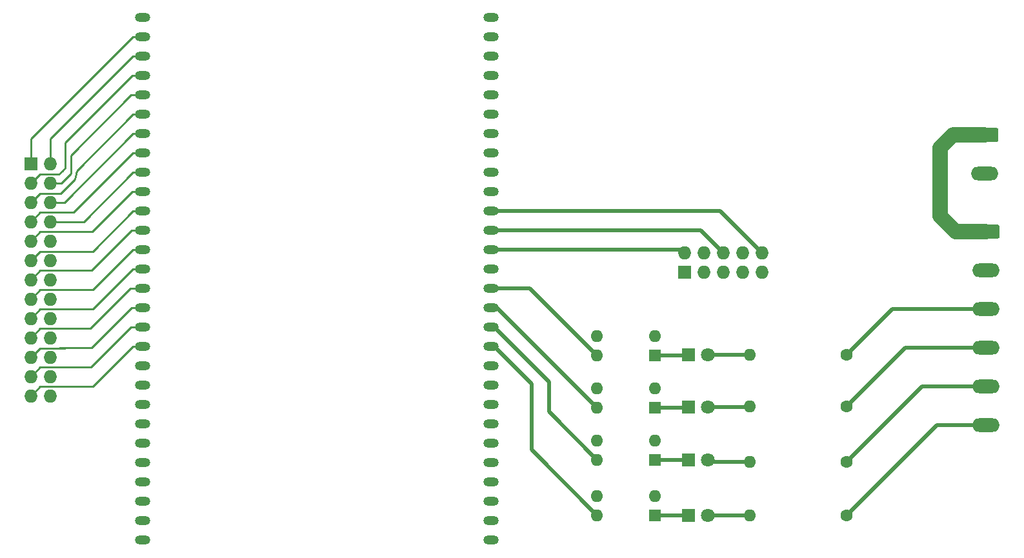
<source format=gbr>
G04 #@! TF.GenerationSoftware,KiCad,Pcbnew,(5.0.2)-1*
G04 #@! TF.CreationDate,2020-02-10T23:08:40+01:00*
G04 #@! TF.ProjectId,ToolChanger,546f6f6c-4368-4616-9e67-65722e6b6963,rev?*
G04 #@! TF.SameCoordinates,Original*
G04 #@! TF.FileFunction,Copper,L1,Top*
G04 #@! TF.FilePolarity,Positive*
%FSLAX46Y46*%
G04 Gerber Fmt 4.6, Leading zero omitted, Abs format (unit mm)*
G04 Created by KiCad (PCBNEW (5.0.2)-1) date 2020-02-10 23:08:40*
%MOMM*%
%LPD*%
G01*
G04 APERTURE LIST*
G04 #@! TA.AperFunction,Conductor*
%ADD10C,0.100000*%
G04 #@! TD*
G04 #@! TA.AperFunction,ComponentPad*
%ADD11C,1.800000*%
G04 #@! TD*
G04 #@! TA.AperFunction,ComponentPad*
%ADD12O,3.600000X1.800000*%
G04 #@! TD*
G04 #@! TA.AperFunction,ComponentPad*
%ADD13O,1.600000X1.600000*%
G04 #@! TD*
G04 #@! TA.AperFunction,ComponentPad*
%ADD14C,1.600000*%
G04 #@! TD*
G04 #@! TA.AperFunction,ComponentPad*
%ADD15R,1.727200X1.727200*%
G04 #@! TD*
G04 #@! TA.AperFunction,ComponentPad*
%ADD16O,1.727200X1.727200*%
G04 #@! TD*
G04 #@! TA.AperFunction,ComponentPad*
%ADD17R,1.800000X1.800000*%
G04 #@! TD*
G04 #@! TA.AperFunction,ComponentPad*
%ADD18R,1.600000X1.600000*%
G04 #@! TD*
G04 #@! TA.AperFunction,ComponentPad*
%ADD19O,2.000000X1.200000*%
G04 #@! TD*
G04 #@! TA.AperFunction,Conductor*
%ADD20C,0.500000*%
G04 #@! TD*
G04 #@! TA.AperFunction,Conductor*
%ADD21C,0.250000*%
G04 #@! TD*
G04 #@! TA.AperFunction,Conductor*
%ADD22C,2.000000*%
G04 #@! TD*
G04 APERTURE END LIST*
D10*
G04 #@! TO.N,+24V*
G04 #@! TO.C,J4*
G36*
X204799904Y-80101804D02*
X204824173Y-80105404D01*
X204847971Y-80111365D01*
X204871071Y-80119630D01*
X204893249Y-80130120D01*
X204914293Y-80142733D01*
X204933998Y-80157347D01*
X204952177Y-80173823D01*
X204968653Y-80192002D01*
X204983267Y-80211707D01*
X204995880Y-80232751D01*
X205006370Y-80254929D01*
X205014635Y-80278029D01*
X205020596Y-80301827D01*
X205024196Y-80326096D01*
X205025400Y-80350600D01*
X205025400Y-81650600D01*
X205024196Y-81675104D01*
X205020596Y-81699373D01*
X205014635Y-81723171D01*
X205006370Y-81746271D01*
X204995880Y-81768449D01*
X204983267Y-81789493D01*
X204968653Y-81809198D01*
X204952177Y-81827377D01*
X204933998Y-81843853D01*
X204914293Y-81858467D01*
X204893249Y-81871080D01*
X204871071Y-81881570D01*
X204847971Y-81889835D01*
X204824173Y-81895796D01*
X204799904Y-81899396D01*
X204775400Y-81900600D01*
X201675400Y-81900600D01*
X201650896Y-81899396D01*
X201626627Y-81895796D01*
X201602829Y-81889835D01*
X201579729Y-81881570D01*
X201557551Y-81871080D01*
X201536507Y-81858467D01*
X201516802Y-81843853D01*
X201498623Y-81827377D01*
X201482147Y-81809198D01*
X201467533Y-81789493D01*
X201454920Y-81768449D01*
X201444430Y-81746271D01*
X201436165Y-81723171D01*
X201430204Y-81699373D01*
X201426604Y-81675104D01*
X201425400Y-81650600D01*
X201425400Y-80350600D01*
X201426604Y-80326096D01*
X201430204Y-80301827D01*
X201436165Y-80278029D01*
X201444430Y-80254929D01*
X201454920Y-80232751D01*
X201467533Y-80211707D01*
X201482147Y-80192002D01*
X201498623Y-80173823D01*
X201516802Y-80157347D01*
X201536507Y-80142733D01*
X201557551Y-80130120D01*
X201579729Y-80119630D01*
X201602829Y-80111365D01*
X201626627Y-80105404D01*
X201650896Y-80101804D01*
X201675400Y-80100600D01*
X204775400Y-80100600D01*
X204799904Y-80101804D01*
X204799904Y-80101804D01*
G37*
D11*
G04 #@! TD*
G04 #@! TO.P,J4,1*
G04 #@! TO.N,+24V*
X203225400Y-81000600D03*
D12*
G04 #@! TO.P,J4,2*
G04 #@! TO.N,GND*
X203225400Y-86080600D03*
G04 #@! TD*
D10*
G04 #@! TO.N,+24V*
G04 #@! TO.C,J3*
G36*
X204952304Y-92801804D02*
X204976573Y-92805404D01*
X205000371Y-92811365D01*
X205023471Y-92819630D01*
X205045649Y-92830120D01*
X205066693Y-92842733D01*
X205086398Y-92857347D01*
X205104577Y-92873823D01*
X205121053Y-92892002D01*
X205135667Y-92911707D01*
X205148280Y-92932751D01*
X205158770Y-92954929D01*
X205167035Y-92978029D01*
X205172996Y-93001827D01*
X205176596Y-93026096D01*
X205177800Y-93050600D01*
X205177800Y-94350600D01*
X205176596Y-94375104D01*
X205172996Y-94399373D01*
X205167035Y-94423171D01*
X205158770Y-94446271D01*
X205148280Y-94468449D01*
X205135667Y-94489493D01*
X205121053Y-94509198D01*
X205104577Y-94527377D01*
X205086398Y-94543853D01*
X205066693Y-94558467D01*
X205045649Y-94571080D01*
X205023471Y-94581570D01*
X205000371Y-94589835D01*
X204976573Y-94595796D01*
X204952304Y-94599396D01*
X204927800Y-94600600D01*
X201827800Y-94600600D01*
X201803296Y-94599396D01*
X201779027Y-94595796D01*
X201755229Y-94589835D01*
X201732129Y-94581570D01*
X201709951Y-94571080D01*
X201688907Y-94558467D01*
X201669202Y-94543853D01*
X201651023Y-94527377D01*
X201634547Y-94509198D01*
X201619933Y-94489493D01*
X201607320Y-94468449D01*
X201596830Y-94446271D01*
X201588565Y-94423171D01*
X201582604Y-94399373D01*
X201579004Y-94375104D01*
X201577800Y-94350600D01*
X201577800Y-93050600D01*
X201579004Y-93026096D01*
X201582604Y-93001827D01*
X201588565Y-92978029D01*
X201596830Y-92954929D01*
X201607320Y-92932751D01*
X201619933Y-92911707D01*
X201634547Y-92892002D01*
X201651023Y-92873823D01*
X201669202Y-92857347D01*
X201688907Y-92842733D01*
X201709951Y-92830120D01*
X201732129Y-92819630D01*
X201755229Y-92811365D01*
X201779027Y-92805404D01*
X201803296Y-92801804D01*
X201827800Y-92800600D01*
X204927800Y-92800600D01*
X204952304Y-92801804D01*
X204952304Y-92801804D01*
G37*
D11*
G04 #@! TD*
G04 #@! TO.P,J3,1*
G04 #@! TO.N,+24V*
X203377800Y-93700600D03*
D12*
G04 #@! TO.P,J3,2*
G04 #@! TO.N,GND*
X203377800Y-98780600D03*
G04 #@! TO.P,J3,3*
G04 #@! TO.N,Net-(J3-Pad3)*
X203377800Y-103860600D03*
G04 #@! TO.P,J3,4*
G04 #@! TO.N,Net-(J3-Pad4)*
X203377800Y-108940600D03*
G04 #@! TO.P,J3,5*
G04 #@! TO.N,Net-(J3-Pad5)*
X203377800Y-114020600D03*
G04 #@! TO.P,J3,6*
G04 #@! TO.N,Net-(J3-Pad6)*
X203377800Y-119100600D03*
G04 #@! TD*
D13*
G04 #@! TO.P,R4,2*
G04 #@! TO.N,Net-(D4-Pad2)*
X172415200Y-130962400D03*
D14*
G04 #@! TO.P,R4,1*
G04 #@! TO.N,Net-(J3-Pad6)*
X185115200Y-130962400D03*
G04 #@! TD*
G04 #@! TO.P,R3,1*
G04 #@! TO.N,Net-(J3-Pad5)*
X185115200Y-123901200D03*
D13*
G04 #@! TO.P,R3,2*
G04 #@! TO.N,Net-(D3-Pad2)*
X172415200Y-123901200D03*
G04 #@! TD*
G04 #@! TO.P,R2,2*
G04 #@! TO.N,Net-(D2-Pad2)*
X172415200Y-116636800D03*
D14*
G04 #@! TO.P,R2,1*
G04 #@! TO.N,Net-(J3-Pad4)*
X185115200Y-116636800D03*
G04 #@! TD*
G04 #@! TO.P,R1,1*
G04 #@! TO.N,Net-(J3-Pad3)*
X185115200Y-109829600D03*
D13*
G04 #@! TO.P,R1,2*
G04 #@! TO.N,Net-(D1-Pad2)*
X172415200Y-109829600D03*
G04 #@! TD*
D15*
G04 #@! TO.P,J2,1*
G04 #@! TO.N,GND*
X163830000Y-99060000D03*
D16*
G04 #@! TO.P,J2,2*
G04 #@! TO.N,DIR*
X163830000Y-96520000D03*
G04 #@! TO.P,J2,3*
G04 #@! TO.N,GND*
X166370000Y-99060000D03*
G04 #@! TO.P,J2,4*
G04 #@! TO.N,Net-(J2-Pad4)*
X166370000Y-96520000D03*
G04 #@! TO.P,J2,5*
G04 #@! TO.N,GND*
X168910000Y-99060000D03*
G04 #@! TO.P,J2,6*
G04 #@! TO.N,PWM*
X168910000Y-96520000D03*
G04 #@! TO.P,J2,7*
G04 #@! TO.N,GND*
X171450000Y-99060000D03*
G04 #@! TO.P,J2,8*
G04 #@! TO.N,Net-(J2-Pad8)*
X171450000Y-96520000D03*
G04 #@! TO.P,J2,9*
G04 #@! TO.N,GND*
X173990000Y-99060000D03*
G04 #@! TO.P,J2,10*
G04 #@! TO.N,CURRENT_SENSE*
X173990000Y-96520000D03*
G04 #@! TD*
D11*
G04 #@! TO.P,D4,2*
G04 #@! TO.N,Net-(D4-Pad2)*
X166878000Y-130911600D03*
D17*
G04 #@! TO.P,D4,1*
G04 #@! TO.N,Net-(D4-Pad1)*
X164338000Y-130911600D03*
G04 #@! TD*
G04 #@! TO.P,D3,1*
G04 #@! TO.N,Net-(D3-Pad1)*
X164338000Y-123698000D03*
D11*
G04 #@! TO.P,D3,2*
G04 #@! TO.N,Net-(D3-Pad2)*
X166878000Y-123698000D03*
G04 #@! TD*
G04 #@! TO.P,D2,2*
G04 #@! TO.N,Net-(D2-Pad2)*
X166878000Y-116687600D03*
D17*
G04 #@! TO.P,D2,1*
G04 #@! TO.N,Net-(D2-Pad1)*
X164338000Y-116687600D03*
G04 #@! TD*
G04 #@! TO.P,D1,1*
G04 #@! TO.N,Net-(D1-Pad1)*
X164338000Y-109880400D03*
D11*
G04 #@! TO.P,D1,2*
G04 #@! TO.N,Net-(D1-Pad2)*
X166878000Y-109880400D03*
G04 #@! TD*
D13*
G04 #@! TO.P,U5,4*
G04 #@! TO.N,Net-(U1-Pad39)*
X152349200Y-130962400D03*
G04 #@! TO.P,U5,2*
G04 #@! TO.N,GND*
X159969200Y-128422400D03*
G04 #@! TO.P,U5,3*
X152349200Y-128422400D03*
D18*
G04 #@! TO.P,U5,1*
G04 #@! TO.N,Net-(D4-Pad1)*
X159969200Y-130962400D03*
G04 #@! TD*
G04 #@! TO.P,U4,1*
G04 #@! TO.N,Net-(D3-Pad1)*
X159969200Y-123647200D03*
D13*
G04 #@! TO.P,U4,3*
G04 #@! TO.N,GND*
X152349200Y-121107200D03*
G04 #@! TO.P,U4,2*
X159969200Y-121107200D03*
G04 #@! TO.P,U4,4*
G04 #@! TO.N,Net-(U1-Pad40)*
X152349200Y-123647200D03*
G04 #@! TD*
G04 #@! TO.P,U3,4*
G04 #@! TO.N,Net-(U1-Pad41)*
X152349200Y-116840000D03*
G04 #@! TO.P,U3,2*
G04 #@! TO.N,GND*
X159969200Y-114300000D03*
G04 #@! TO.P,U3,3*
X152349200Y-114300000D03*
D18*
G04 #@! TO.P,U3,1*
G04 #@! TO.N,Net-(D2-Pad1)*
X159969200Y-116840000D03*
G04 #@! TD*
G04 #@! TO.P,U2,1*
G04 #@! TO.N,Net-(D1-Pad1)*
X159969200Y-109982000D03*
D13*
G04 #@! TO.P,U2,3*
G04 #@! TO.N,GND*
X152349200Y-107442000D03*
G04 #@! TO.P,U2,2*
X159969200Y-107442000D03*
G04 #@! TO.P,U2,4*
G04 #@! TO.N,Net-(U1-Pad42)*
X152349200Y-109982000D03*
G04 #@! TD*
D15*
G04 #@! TO.P,J1,1*
G04 #@! TO.N,Net-(J1-Pad1)*
X78079600Y-84785200D03*
D16*
G04 #@! TO.P,J1,2*
G04 #@! TO.N,Net-(J1-Pad2)*
X80619600Y-84785200D03*
G04 #@! TO.P,J1,3*
G04 #@! TO.N,Net-(J1-Pad3)*
X78079600Y-87325200D03*
G04 #@! TO.P,J1,4*
G04 #@! TO.N,Net-(J1-Pad4)*
X80619600Y-87325200D03*
G04 #@! TO.P,J1,5*
G04 #@! TO.N,Net-(J1-Pad5)*
X78079600Y-89865200D03*
G04 #@! TO.P,J1,6*
G04 #@! TO.N,Net-(J1-Pad6)*
X80619600Y-89865200D03*
G04 #@! TO.P,J1,7*
G04 #@! TO.N,Net-(J1-Pad7)*
X78079600Y-92405200D03*
G04 #@! TO.P,J1,8*
G04 #@! TO.N,Net-(J1-Pad8)*
X80619600Y-92405200D03*
G04 #@! TO.P,J1,9*
G04 #@! TO.N,Net-(J1-Pad9)*
X78079600Y-94945200D03*
G04 #@! TO.P,J1,10*
G04 #@! TO.N,GND*
X80619600Y-94945200D03*
G04 #@! TO.P,J1,11*
G04 #@! TO.N,Net-(J1-Pad11)*
X78079600Y-97485200D03*
G04 #@! TO.P,J1,12*
G04 #@! TO.N,GND*
X80619600Y-97485200D03*
G04 #@! TO.P,J1,13*
G04 #@! TO.N,Net-(J1-Pad13)*
X78079600Y-100025200D03*
G04 #@! TO.P,J1,14*
G04 #@! TO.N,GND*
X80619600Y-100025200D03*
G04 #@! TO.P,J1,15*
G04 #@! TO.N,Net-(J1-Pad15)*
X78079600Y-102565200D03*
G04 #@! TO.P,J1,16*
G04 #@! TO.N,GND*
X80619600Y-102565200D03*
G04 #@! TO.P,J1,17*
G04 #@! TO.N,Net-(J1-Pad17)*
X78079600Y-105105200D03*
G04 #@! TO.P,J1,18*
G04 #@! TO.N,+5V*
X80619600Y-105105200D03*
G04 #@! TO.P,J1,19*
G04 #@! TO.N,Net-(J1-Pad19)*
X78079600Y-107645200D03*
G04 #@! TO.P,J1,20*
G04 #@! TO.N,+5V*
X80619600Y-107645200D03*
G04 #@! TO.P,J1,21*
G04 #@! TO.N,Net-(J1-Pad21)*
X78079600Y-110185200D03*
G04 #@! TO.P,J1,22*
G04 #@! TO.N,+5V*
X80619600Y-110185200D03*
G04 #@! TO.P,J1,23*
G04 #@! TO.N,Net-(J1-Pad23)*
X78079600Y-112725200D03*
G04 #@! TO.P,J1,24*
G04 #@! TO.N,+5V*
X80619600Y-112725200D03*
G04 #@! TO.P,J1,25*
G04 #@! TO.N,Net-(J1-Pad25)*
X78079600Y-115265200D03*
G04 #@! TO.P,J1,26*
G04 #@! TO.N,+5V*
X80619600Y-115265200D03*
G04 #@! TD*
D19*
G04 #@! TO.P,U1,56*
G04 #@! TO.N,GND*
X138430000Y-65610200D03*
G04 #@! TO.P,U1,1*
X92710000Y-65610200D03*
G04 #@! TO.P,U1,55*
G04 #@! TO.N,Net-(U1-Pad55)*
X138430000Y-68150200D03*
G04 #@! TO.P,U1,2*
G04 #@! TO.N,Net-(J1-Pad1)*
X92710000Y-68150200D03*
G04 #@! TO.P,U1,54*
G04 #@! TO.N,Net-(U1-Pad54)*
X138430000Y-70690200D03*
G04 #@! TO.P,U1,3*
G04 #@! TO.N,Net-(J1-Pad2)*
X92710000Y-70690200D03*
G04 #@! TO.P,U1,53*
G04 #@! TO.N,Net-(U1-Pad53)*
X138430000Y-73230200D03*
G04 #@! TO.P,U1,4*
G04 #@! TO.N,Net-(J1-Pad3)*
X92710000Y-73230200D03*
G04 #@! TO.P,U1,52*
G04 #@! TO.N,Net-(U1-Pad52)*
X138430000Y-75770200D03*
G04 #@! TO.P,U1,5*
G04 #@! TO.N,Net-(J1-Pad4)*
X92710000Y-75770200D03*
G04 #@! TO.P,U1,51*
G04 #@! TO.N,Net-(U1-Pad51)*
X138430000Y-78310200D03*
G04 #@! TO.P,U1,6*
G04 #@! TO.N,Net-(J1-Pad5)*
X92710000Y-78310200D03*
G04 #@! TO.P,U1,50*
G04 #@! TO.N,Net-(U1-Pad50)*
X138430000Y-80850200D03*
G04 #@! TO.P,U1,7*
G04 #@! TO.N,Net-(J1-Pad6)*
X92710000Y-80850200D03*
G04 #@! TO.P,U1,49*
G04 #@! TO.N,Net-(U1-Pad49)*
X138430000Y-83390200D03*
G04 #@! TO.P,U1,8*
G04 #@! TO.N,Net-(J1-Pad7)*
X92710000Y-83390200D03*
G04 #@! TO.P,U1,48*
G04 #@! TO.N,Net-(U1-Pad48)*
X138430000Y-85930200D03*
G04 #@! TO.P,U1,9*
G04 #@! TO.N,Net-(J1-Pad8)*
X92710000Y-85930200D03*
G04 #@! TO.P,U1,47*
G04 #@! TO.N,Net-(U1-Pad47)*
X138430000Y-88470200D03*
G04 #@! TO.P,U1,10*
G04 #@! TO.N,Net-(J1-Pad9)*
X92710000Y-88470200D03*
G04 #@! TO.P,U1,46*
G04 #@! TO.N,CURRENT_SENSE*
X138430000Y-91010200D03*
G04 #@! TO.P,U1,11*
G04 #@! TO.N,Net-(J1-Pad11)*
X92710000Y-91010200D03*
G04 #@! TO.P,U1,45*
G04 #@! TO.N,PWM*
X138430000Y-93550200D03*
G04 #@! TO.P,U1,12*
G04 #@! TO.N,Net-(J1-Pad13)*
X92710000Y-93550200D03*
G04 #@! TO.P,U1,44*
G04 #@! TO.N,DIR*
X138430000Y-96090200D03*
G04 #@! TO.P,U1,13*
G04 #@! TO.N,Net-(J1-Pad15)*
X92710000Y-96090200D03*
G04 #@! TO.P,U1,43*
G04 #@! TO.N,Net-(U1-Pad43)*
X138430000Y-98630200D03*
G04 #@! TO.P,U1,14*
G04 #@! TO.N,Net-(J1-Pad17)*
X92710000Y-98630200D03*
G04 #@! TO.P,U1,42*
G04 #@! TO.N,Net-(U1-Pad42)*
X138430000Y-101170200D03*
G04 #@! TO.P,U1,15*
G04 #@! TO.N,Net-(J1-Pad19)*
X92710000Y-101170200D03*
G04 #@! TO.P,U1,41*
G04 #@! TO.N,Net-(U1-Pad41)*
X138430000Y-103710200D03*
G04 #@! TO.P,U1,16*
G04 #@! TO.N,Net-(J1-Pad21)*
X92710000Y-103710200D03*
G04 #@! TO.P,U1,40*
G04 #@! TO.N,Net-(U1-Pad40)*
X138430000Y-106250200D03*
G04 #@! TO.P,U1,17*
G04 #@! TO.N,Net-(J1-Pad23)*
X92710000Y-106250200D03*
G04 #@! TO.P,U1,39*
G04 #@! TO.N,Net-(U1-Pad39)*
X138430000Y-108790200D03*
G04 #@! TO.P,U1,18*
G04 #@! TO.N,Net-(J1-Pad25)*
X92710000Y-108790200D03*
G04 #@! TO.P,U1,38*
G04 #@! TO.N,Net-(U1-Pad38)*
X138430000Y-111330200D03*
G04 #@! TO.P,U1,19*
G04 #@! TO.N,Net-(U1-Pad19)*
X92710000Y-111330200D03*
G04 #@! TO.P,U1,37*
G04 #@! TO.N,Net-(U1-Pad37)*
X138430000Y-113870200D03*
G04 #@! TO.P,U1,20*
G04 #@! TO.N,Net-(U1-Pad20)*
X92710000Y-113870200D03*
G04 #@! TO.P,U1,36*
G04 #@! TO.N,Net-(U1-Pad36)*
X138430000Y-116410200D03*
G04 #@! TO.P,U1,21*
G04 #@! TO.N,Net-(U1-Pad21)*
X92710000Y-116410200D03*
G04 #@! TO.P,U1,35*
G04 #@! TO.N,Net-(U1-Pad35)*
X138430000Y-118950200D03*
G04 #@! TO.P,U1,22*
G04 #@! TO.N,Net-(U1-Pad22)*
X92710000Y-118950200D03*
G04 #@! TO.P,U1,34*
G04 #@! TO.N,Net-(U1-Pad34)*
X138430000Y-121490200D03*
G04 #@! TO.P,U1,23*
G04 #@! TO.N,Net-(U1-Pad23)*
X92710000Y-121490200D03*
G04 #@! TO.P,U1,33*
G04 #@! TO.N,Net-(U1-Pad33)*
X138430000Y-124030200D03*
G04 #@! TO.P,U1,24*
G04 #@! TO.N,GND*
X92710000Y-124030200D03*
G04 #@! TO.P,U1,32*
G04 #@! TO.N,Net-(U1-Pad32)*
X138430000Y-126570200D03*
G04 #@! TO.P,U1,25*
G04 #@! TO.N,Net-(U1-Pad25)*
X92710000Y-126570200D03*
G04 #@! TO.P,U1,31*
G04 #@! TO.N,Net-(U1-Pad31)*
X138430000Y-129110200D03*
G04 #@! TO.P,U1,26*
G04 #@! TO.N,Net-(U1-Pad26)*
X92710000Y-129110200D03*
G04 #@! TO.P,U1,30*
G04 #@! TO.N,GND*
X138430000Y-131650200D03*
G04 #@! TO.P,U1,27*
X92710000Y-131650200D03*
G04 #@! TO.P,U1,29*
G04 #@! TO.N,Net-(U1-Pad29)*
X138430000Y-134190200D03*
G04 #@! TO.P,U1,28*
G04 #@! TO.N,+5V*
X92710000Y-134190200D03*
G04 #@! TD*
D20*
G04 #@! TO.N,Net-(U1-Pad42)*
X139930000Y-101170200D02*
X138430000Y-101170200D01*
X143537400Y-101170200D02*
X139930000Y-101170200D01*
X152349200Y-109982000D02*
X143537400Y-101170200D01*
G04 #@! TO.N,Net-(U1-Pad41)*
X139219400Y-103710200D02*
X138430000Y-103710200D01*
X152349200Y-116840000D02*
X139219400Y-103710200D01*
G04 #@! TO.N,Net-(U1-Pad40)*
X138830000Y-106250200D02*
X138430000Y-106250200D01*
X146038810Y-113459010D02*
X138830000Y-106250200D01*
X146038810Y-117336810D02*
X146038810Y-113459010D01*
X152349200Y-123647200D02*
X146038810Y-117336810D01*
G04 #@! TO.N,Net-(U1-Pad39)*
X138830000Y-108790200D02*
X138430000Y-108790200D01*
X143738600Y-113698800D02*
X138830000Y-108790200D01*
X152349200Y-130962400D02*
X143738600Y-122351800D01*
X143738600Y-122351800D02*
X143738600Y-113698800D01*
D21*
G04 #@! TO.N,Net-(J1-Pad1)*
X78079600Y-83671600D02*
X78079600Y-84785200D01*
X78079600Y-81530600D02*
X78079600Y-83671600D01*
X91460000Y-68150200D02*
X78079600Y-81530600D01*
X92710000Y-68150200D02*
X91460000Y-68150200D01*
G04 #@! TO.N,Net-(J1-Pad2)*
X80619600Y-83563886D02*
X80619600Y-84785200D01*
X80619600Y-81530600D02*
X80619600Y-83563886D01*
X91460000Y-70690200D02*
X80619600Y-81530600D01*
X92710000Y-70690200D02*
X91460000Y-70690200D01*
G04 #@! TO.N,Net-(J1-Pad3)*
X82194400Y-85699600D02*
X82042000Y-85852000D01*
X79268201Y-86136599D02*
X81757401Y-86136599D01*
X78079600Y-87325200D02*
X79268201Y-86136599D01*
X81757401Y-86136599D02*
X82194400Y-85699600D01*
X82550000Y-85344000D02*
X82194400Y-85699600D01*
X82550000Y-82016600D02*
X82550000Y-85344000D01*
X92710000Y-73230200D02*
X91336400Y-73230200D01*
X91336400Y-73230200D02*
X82550000Y-82016600D01*
G04 #@! TO.N,Net-(J1-Pad4)*
X81991200Y-87325200D02*
X80619600Y-87325200D01*
X82042000Y-87376000D02*
X81991200Y-87325200D01*
X83312000Y-86106000D02*
X82042000Y-87376000D01*
X83312000Y-83693000D02*
X83312000Y-86106000D01*
X92710000Y-75770200D02*
X91234800Y-75770200D01*
X91234800Y-75770200D02*
X83312000Y-83693000D01*
G04 #@! TO.N,Net-(J1-Pad5)*
X84074000Y-85696200D02*
X83820000Y-86868000D01*
X92710000Y-78310200D02*
X91460000Y-78310200D01*
X91460000Y-78310200D02*
X84074000Y-85696200D01*
X82011401Y-88676599D02*
X82499200Y-88188800D01*
X79268201Y-88676599D02*
X82011401Y-88676599D01*
X78079600Y-89865200D02*
X79268201Y-88676599D01*
X83820000Y-86868000D02*
X82499200Y-88188800D01*
X82499200Y-88188800D02*
X82296000Y-88392000D01*
G04 #@! TO.N,Net-(J1-Pad6)*
X81840914Y-89865200D02*
X80619600Y-89865200D01*
X82445000Y-89865200D02*
X81840914Y-89865200D01*
X91460000Y-80850200D02*
X82445000Y-89865200D01*
X92710000Y-80850200D02*
X91460000Y-80850200D01*
G04 #@! TO.N,Net-(J1-Pad7)*
X91460000Y-83390200D02*
X83664200Y-91186000D01*
X92710000Y-83390200D02*
X91460000Y-83390200D01*
X79298800Y-91186000D02*
X81965800Y-91186000D01*
X78079600Y-92405200D02*
X79298800Y-91186000D01*
X83664200Y-91186000D02*
X81965800Y-91186000D01*
X81965800Y-91186000D02*
X81788000Y-91186000D01*
G04 #@! TO.N,Net-(J1-Pad8)*
X81840914Y-92405200D02*
X80619600Y-92405200D01*
X84985000Y-92405200D02*
X81840914Y-92405200D01*
X91460000Y-85930200D02*
X84985000Y-92405200D01*
X92710000Y-85930200D02*
X91460000Y-85930200D01*
G04 #@! TO.N,Net-(J1-Pad9)*
X79298800Y-93726000D02*
X82448400Y-93726000D01*
X78079600Y-94945200D02*
X79298800Y-93726000D01*
X82448400Y-93726000D02*
X82042000Y-93726000D01*
X86106000Y-93726000D02*
X82448400Y-93726000D01*
X92710000Y-88470200D02*
X91361800Y-88470200D01*
X91361800Y-88470200D02*
X86106000Y-93726000D01*
G04 #@! TO.N,Net-(J1-Pad11)*
X78943199Y-96621601D02*
X78079600Y-97485200D01*
X79268201Y-96296599D02*
X78943199Y-96621601D01*
X86173601Y-96296599D02*
X79268201Y-96296599D01*
X91460000Y-91010200D02*
X86173601Y-96296599D01*
X92710000Y-91010200D02*
X91460000Y-91010200D01*
G04 #@! TO.N,Net-(J1-Pad13)*
X79298800Y-98806000D02*
X82473800Y-98806000D01*
X78079600Y-100025200D02*
X79298800Y-98806000D01*
X82473800Y-98806000D02*
X81788000Y-98806000D01*
X86004400Y-98806000D02*
X82473800Y-98806000D01*
X92710000Y-93550200D02*
X91260200Y-93550200D01*
X91260200Y-93550200D02*
X86004400Y-98806000D01*
G04 #@! TO.N,Net-(J1-Pad15)*
X91460000Y-96090200D02*
X86204200Y-101346000D01*
X92710000Y-96090200D02*
X91460000Y-96090200D01*
X79298800Y-101346000D02*
X82397600Y-101346000D01*
X78079600Y-102565200D02*
X79298800Y-101346000D01*
X86204200Y-101346000D02*
X82397600Y-101346000D01*
X82397600Y-101346000D02*
X81788000Y-101346000D01*
G04 #@! TO.N,Net-(J1-Pad17)*
X91460000Y-98630200D02*
X86204200Y-103886000D01*
X92710000Y-98630200D02*
X91460000Y-98630200D01*
X79298800Y-103886000D02*
X82270600Y-103886000D01*
X78079600Y-105105200D02*
X79298800Y-103886000D01*
X86204200Y-103886000D02*
X82270600Y-103886000D01*
X82270600Y-103886000D02*
X81788000Y-103886000D01*
G04 #@! TO.N,Net-(J1-Pad19)*
X79298800Y-106426000D02*
X82397600Y-106426000D01*
X78079600Y-107645200D02*
X79298800Y-106426000D01*
X82397600Y-106426000D02*
X81788000Y-106426000D01*
X85902800Y-106426000D02*
X82397600Y-106426000D01*
X92710000Y-101170200D02*
X91158600Y-101170200D01*
X91158600Y-101170200D02*
X85902800Y-106426000D01*
G04 #@! TO.N,Net-(J1-Pad21)*
X82544801Y-108996599D02*
X82575400Y-108966000D01*
X79268201Y-108996599D02*
X82544801Y-108996599D01*
X78079600Y-110185200D02*
X79268201Y-108996599D01*
X82575400Y-108966000D02*
X81788000Y-108966000D01*
X86004400Y-108966000D02*
X82575400Y-108966000D01*
X92710000Y-103710200D02*
X91260200Y-103710200D01*
X91260200Y-103710200D02*
X86004400Y-108966000D01*
G04 #@! TO.N,Net-(J1-Pad23)*
X79298800Y-111506000D02*
X82270600Y-111506000D01*
X78079600Y-112725200D02*
X79298800Y-111506000D01*
X82270600Y-111506000D02*
X81788000Y-111506000D01*
X85953600Y-111506000D02*
X82270600Y-111506000D01*
X92710000Y-106250200D02*
X91209400Y-106250200D01*
X91209400Y-106250200D02*
X85953600Y-111506000D01*
G04 #@! TO.N,Net-(J1-Pad25)*
X91460000Y-108790200D02*
X86204200Y-114046000D01*
X92710000Y-108790200D02*
X91460000Y-108790200D01*
X79298800Y-114046000D02*
X82626200Y-114046000D01*
X78079600Y-115265200D02*
X79298800Y-114046000D01*
X86204200Y-114046000D02*
X82626200Y-114046000D01*
X82626200Y-114046000D02*
X81788000Y-114046000D01*
D20*
G04 #@! TO.N,CURRENT_SENSE*
X168480200Y-91010200D02*
X173990000Y-96520000D01*
X138430000Y-91010200D02*
X168480200Y-91010200D01*
G04 #@! TO.N,PWM*
X165940200Y-93550200D02*
X168910000Y-96520000D01*
X138430000Y-93550200D02*
X165940200Y-93550200D01*
G04 #@! TO.N,DIR*
X163400200Y-96090200D02*
X163830000Y-96520000D01*
X138430000Y-96090200D02*
X163400200Y-96090200D01*
G04 #@! TO.N,Net-(J3-Pad3)*
X191084200Y-103860600D02*
X185115200Y-109829600D01*
X203377800Y-103860600D02*
X191084200Y-103860600D01*
G04 #@! TO.N,Net-(D1-Pad2)*
X172364400Y-109880400D02*
X172415200Y-109829600D01*
X166878000Y-109880400D02*
X172364400Y-109880400D01*
G04 #@! TO.N,Net-(D2-Pad2)*
X172364400Y-116687600D02*
X172415200Y-116636800D01*
X166878000Y-116687600D02*
X172364400Y-116687600D01*
G04 #@! TO.N,Net-(J3-Pad4)*
X192811400Y-108940600D02*
X185115200Y-116636800D01*
X203377800Y-108940600D02*
X192811400Y-108940600D01*
G04 #@! TO.N,Net-(J3-Pad5)*
X194995800Y-114020600D02*
X185115200Y-123901200D01*
X203377800Y-114020600D02*
X194995800Y-114020600D01*
G04 #@! TO.N,Net-(D3-Pad2)*
X167081200Y-123901200D02*
X166878000Y-123698000D01*
X172415200Y-123901200D02*
X167081200Y-123901200D01*
G04 #@! TO.N,Net-(D4-Pad2)*
X172364400Y-130911600D02*
X172415200Y-130962400D01*
X166878000Y-130911600D02*
X172364400Y-130911600D01*
G04 #@! TO.N,Net-(J3-Pad6)*
X196977000Y-119100600D02*
X203377800Y-119100600D01*
X185115200Y-130962400D02*
X196977000Y-119100600D01*
G04 #@! TO.N,Net-(D1-Pad1)*
X164236400Y-109982000D02*
X164338000Y-109880400D01*
X159969200Y-109982000D02*
X164236400Y-109982000D01*
G04 #@! TO.N,Net-(D2-Pad1)*
X164185600Y-116840000D02*
X164338000Y-116687600D01*
X159969200Y-116840000D02*
X164185600Y-116840000D01*
G04 #@! TO.N,Net-(D3-Pad1)*
X164287200Y-123647200D02*
X164338000Y-123698000D01*
X159969200Y-123647200D02*
X164287200Y-123647200D01*
G04 #@! TO.N,Net-(D4-Pad1)*
X164287200Y-130962400D02*
X164338000Y-130911600D01*
X159969200Y-130962400D02*
X164287200Y-130962400D01*
D22*
G04 #@! TO.N,+24V*
X199364600Y-93700600D02*
X203377800Y-93700600D01*
X197332600Y-91668600D02*
X199364600Y-93700600D01*
X197332600Y-82702400D02*
X197332600Y-91668600D01*
X203225400Y-81000600D02*
X199034400Y-81000600D01*
X199034400Y-81000600D02*
X197332600Y-82702400D01*
G04 #@! TD*
M02*

</source>
